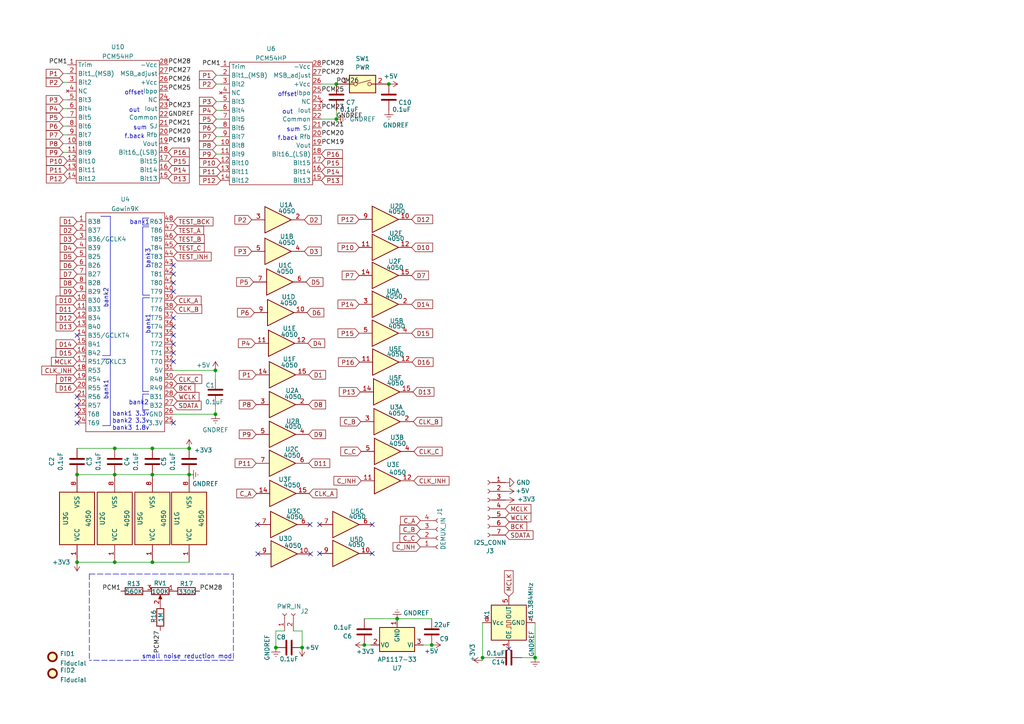
<source format=kicad_sch>
(kicad_sch (version 20231120) (generator "eeschema") (generator_version "8.0")
  (paper "A4")
  (title_block (title "MT32-DIT") (rev "0.3") (company "Victor A. Sergeev"))
  (lib_symbols
    (symbol "4xxx:4050" (pin_names (offset 1.016))
      (property "Reference" "U" (at 0 1.27 0))
      (property "Value" "4050" (at 0 -1.27 0))
      (symbol "4050_1_0"
        (pin output line (at 7.62 0 180) (length 3.81) (name "~") (number "2"))
        (pin input line (at -7.62 0 0) (length 3.81) (name "~") (number "3"))
      )
      (symbol "4050_2_0"
        (pin output line (at 7.62 0 180) (length 3.81) (name "~") (number "4"))
        (pin input line (at -7.62 0 0) (length 3.81) (name "~") (number "5"))
      )
      (symbol "4050_3_0"
        (pin output line (at 7.62 0 180) (length 3.81) (name "~") (number "6"))
        (pin input line (at -7.62 0 0) (length 3.81) (name "~") (number "7"))
      )
      (symbol "4050_4_0"
        (pin output line (at 7.62 0 180) (length 3.81) (name "~") (number "10"))
        (pin input line (at -7.62 0 0) (length 3.81) (name "~") (number "9"))
      )
      (symbol "4050_5_0"
        (pin input line (at -7.62 0 0) (length 3.81) (name "~") (number "11"))
        (pin output line (at 7.62 0 180) (length 3.81) (name "~") (number "12"))
      )
      (symbol "4050_6_0"
        (pin input line (at -7.62 0 0) (length 3.81) (name "~") (number "14"))
        (pin output line (at 7.62 0 180) (length 3.81) (name "~") (number "15"))
      )
      (symbol "4050_7_0"
        (pin power_in line (at 0 12.7 270) (length 5.08) (name "VCC") (number "1"))
        (pin power_in line (at 0 -12.7 90) (length 5.08) (name "VSS") (number "8"))
      )
    )
    (symbol "Connector:Conn_01x02_Female" (pin_names (offset 1.016) hide)
      (property "Reference" "J" (at 0 2.54 0))
      (property "Value" "Conn_01x02_Female" (at 0 -5.08 0))
      (symbol "Conn_01x02_Female_1_1"
        (pin passive line (at -5.08 0 0) (length 3.81) (name "Pin_1") (number "1"))
        (pin passive line (at -5.08 -2.54 0) (length 3.81) (name "Pin_2") (number "2"))
      )
    )
    (symbol "Connector:Conn_01x04_Female" (pin_names (offset 1.016) hide)
      (property "Reference" "J" (at 0 5.08 0))
      (property "Value" "Conn_01x04_Female" (at 0 -7.62 0))
      (symbol "Conn_01x04_Female_1_1"
        (pin passive line (at -5.08 2.54 0) (length 3.81) (name "Pin_1") (number "1"))
        (pin passive line (at -5.08 0 0) (length 3.81) (name "Pin_2") (number "2"))
        (pin passive line (at -5.08 -2.54 0) (length 3.81) (name "Pin_3") (number "3"))
        (pin passive line (at -5.08 -5.08 0) (length 3.81) (name "Pin_4") (number "4"))
      )
    )
    (symbol "Connector:Conn_01x07_Socket" (pin_names (offset 1.016) hide)
      (property "Reference" "J" (at 0 10.16 0))
      (property "Value" "Conn_01x07_Socket" (at 0 -10.16 0))
      (symbol "Conn_01x07_Socket_1_1"
        (pin passive line (at -5.08 7.62 0) (length 3.81) (name "Pin_1") (number "1"))
        (pin passive line (at -5.08 5.08 0) (length 3.81) (name "Pin_2") (number "2"))
        (pin passive line (at -5.08 2.54 0) (length 3.81) (name "Pin_3") (number "3"))
        (pin passive line (at -5.08 0 0) (length 3.81) (name "Pin_4") (number "4"))
        (pin passive line (at -5.08 -2.54 0) (length 3.81) (name "Pin_5") (number "5"))
        (pin passive line (at -5.08 -5.08 0) (length 3.81) (name "Pin_6") (number "6"))
        (pin passive line (at -5.08 -7.62 0) (length 3.81) (name "Pin_7") (number "7"))
      )
    )
    (symbol "Device:C" (pin_numbers hide) (pin_names (offset 0.254))
      (property "Reference" "C" (at 0.635 2.54 0))
      (property "Value" "C" (at 0.635 -2.54 0))
      (symbol "C_1_1"
        (pin passive line (at 0 3.81 270) (length 2.794) (name "~") (number "1"))
        (pin passive line (at 0 -3.81 90) (length 2.794) (name "~") (number "2"))
      )
    )
    (symbol "Device:R" (pin_numbers hide) (pin_names (offset 0))
      (property "Reference" "R" (at 2.032 0 90))
      (property "Value" "R" (at 0 0 90))
      (symbol "R_1_1"
        (pin passive line (at 0 3.81 270) (length 1.27) (name "~") (number "1"))
        (pin passive line (at 0 -3.81 90) (length 1.27) (name "~") (number "2"))
      )
    )
    (symbol "Device:R_Potentiometer" (pin_names (offset 1.016) hide)
      (property "Reference" "RV" (at -4.445 0 90))
      (property "Value" "R_Potentiometer" (at -2.54 0 90))
      (symbol "R_Potentiometer_1_1"
        (pin passive line (at 0 3.81 270) (length 1.27) (name "1") (number "1"))
        (pin passive line (at 3.81 0 180) (length 1.27) (name "2") (number "2"))
        (pin passive line (at 0 -3.81 90) (length 1.27) (name "3") (number "3"))
      )
    )
    (symbol "Mechanical:Fiducial"
      (property "Reference" "FID" (at 0 5.08 0))
      (property "Value" "Fiducial" (at 0 3.175 0))
    )
    (symbol "Oscillator:SG-531" (pin_names (offset 0.254))
      (property "Reference" "X" (at -5.08 6.35 0))
      (property "Value" "SG-531" (at 1.27 -6.35 0))
      (symbol "SG-531_1_1"
        (pin input line (at -7.62 0 0) (length 2.54) (name "OE") (number "1"))
        (pin power_in line (at 0 -7.62 90) (length 2.54) (name "GND") (number "4"))
        (pin output line (at 7.62 0 180) (length 2.54) (name "OUT") (number "5"))
        (pin power_in line (at 0 7.62 270) (length 2.54) (name "Vcc") (number "8"))
      )
    )
    (symbol "Regulator_Linear:AP1117-33" (pin_names (offset 0.254))
      (property "Reference" "U" (at -3.81 3.175 0))
      (property "Value" "AP1117-33" (at 0 3.175 0))
      (symbol "AP1117-33_1_1"
        (pin power_in line (at 0 -7.62 90) (length 2.54) (name "GND") (number "1"))
        (pin power_out line (at 7.62 0 180) (length 2.54) (name "VO") (number "2"))
        (pin power_in line (at -7.62 0 0) (length 2.54) (name "VI") (number "3"))
      )
    )
    (symbol "Switch:SW_DIP_x01" (pin_names (offset 0) hide)
      (property "Reference" "SW" (at 0 3.81 0))
      (property "Value" "SW_DIP_x01" (at 0 -3.81 0))
      (symbol "SW_DIP_x01_1_1"
        (pin passive line (at -7.62 0 0) (length 5.08) (name "~") (number "1"))
        (pin passive line (at 7.62 0 180) (length 5.08) (name "~") (number "2"))
      )
    )
    (symbol "gowin:Gowin9K"
      (property "Reference" "U" (at 0 0 0))
      (property "Value" "Gowin9K" (at 0 39.37 0))
      (symbol "Gowin9K_1_1"
        (pin bidirectional line (at -13.97 38.1 0) (length 2.54) (name "B38") (number "1"))
        (pin bidirectional line (at -13.97 15.24 0) (length 2.54) (name "B30") (number "10"))
        (pin bidirectional line (at -13.97 12.7 0) (length 2.54) (name "B33") (number "11"))
        (pin bidirectional line (at -13.97 10.16 0) (length 2.54) (name "B34") (number "12"))
        (pin bidirectional line (at -13.97 7.62 0) (length 2.54) (name "B40") (number "13"))
        (pin bidirectional line (at -13.97 5.08 0) (length 2.54) (name "B35/GCLKT4") (number "14"))
        (pin bidirectional line (at -13.97 2.54 0) (length 2.54) (name "B41") (number "15"))
        (pin bidirectional line (at -13.97 0 0) (length 2.54) (name "B42") (number "16"))
        (pin bidirectional line (at -13.97 -2.54 0) (length 2.54) (name "R51/GKLC3") (number "17"))
        (pin bidirectional line (at -13.97 -5.08 0) (length 2.54) (name "R53") (number "18"))
        (pin bidirectional line (at -13.97 -7.62 0) (length 2.54) (name "R54") (number "19"))
        (pin bidirectional line (at -13.97 35.56 0) (length 2.54) (name "B37") (number "2"))
        (pin bidirectional line (at -13.97 -10.16 0) (length 2.54) (name "R55") (number "20"))
        (pin bidirectional line (at -13.97 -12.7 0) (length 2.54) (name "R56") (number "21"))
        (pin bidirectional line (at -13.97 -15.24 0) (length 2.54) (name "R57") (number "22"))
        (pin bidirectional line (at -13.97 -17.78 0) (length 2.54) (name "T68") (number "23"))
        (pin bidirectional line (at -13.97 -20.32 0) (length 2.54) (name "T69") (number "24"))
        (pin power_in line (at 13.97 -20.32 180) (length 2.54) (name "3.3V") (number "25"))
        (pin power_in line (at 13.97 -17.78 180) (length 2.54) (name "GND") (number "26"))
        (pin bidirectional line (at 13.97 -15.24 180) (length 2.54) (name "B32") (number "27"))
        (pin bidirectional line (at 13.97 -12.7 180) (length 2.54) (name "B31") (number "28"))
        (pin bidirectional line (at 13.97 -10.16 180) (length 2.54) (name "R49") (number "29"))
        (pin bidirectional line (at -13.97 33.02 0) (length 2.54) (name "B36/GCLK4") (number "3"))
        (pin bidirectional line (at 13.97 -7.62 180) (length 2.54) (name "R48") (number "30"))
        (pin power_in line (at 13.97 -5.08 180) (length 2.54) (name "5V") (number "31"))
        (pin bidirectional line (at 13.97 -2.54 180) (length 2.54) (name "T70") (number "32"))
        (pin bidirectional line (at 13.97 0 180) (length 2.54) (name "T71") (number "33"))
        (pin bidirectional line (at 13.97 2.54 180) (length 2.54) (name "T72") (number "34"))
        (pin bidirectional line (at 13.97 5.08 180) (length 2.54) (name "T73") (number "35"))
        (pin bidirectional line (at 13.97 7.62 180) (length 2.54) (name "T74") (number "36"))
        (pin bidirectional line (at 13.97 10.16 180) (length 2.54) (name "T75") (number "37"))
        (pin bidirectional line (at 13.97 12.7 180) (length 2.54) (name "T76") (number "38"))
        (pin bidirectional line (at 13.97 15.24 180) (length 2.54) (name "T77") (number "39"))
        (pin bidirectional line (at -13.97 30.48 0) (length 2.54) (name "B39") (number "4"))
        (pin bidirectional line (at 13.97 17.78 180) (length 2.54) (name "T79") (number "40"))
        (pin bidirectional line (at 13.97 20.32 180) (length 2.54) (name "T80") (number "41"))
        (pin bidirectional line (at 13.97 22.86 180) (length 2.54) (name "T81") (number "42"))
        (pin bidirectional line (at 13.97 25.4 180) (length 2.54) (name "T82") (number "43"))
        (pin bidirectional line (at 13.97 27.94 180) (length 2.54) (name "T83") (number "44"))
        (pin bidirectional line (at 13.97 30.48 180) (length 2.54) (name "T84") (number "45"))
        (pin bidirectional line (at 13.97 33.02 180) (length 2.54) (name "T85") (number "46"))
        (pin bidirectional line (at 13.97 35.56 180) (length 2.54) (name "T86") (number "47"))
        (pin bidirectional line (at 13.97 38.1 180) (length 2.54) (name "R63") (number "48"))
        (pin bidirectional line (at -13.97 27.94 0) (length 2.54) (name "B25") (number "5"))
        (pin bidirectional line (at -13.97 25.4 0) (length 2.54) (name "B26") (number "6"))
        (pin bidirectional line (at -13.97 22.86 0) (length 2.54) (name "B27") (number "7"))
        (pin bidirectional line (at -13.97 20.32 0) (length 2.54) (name "B28") (number "8"))
        (pin bidirectional line (at -13.97 17.78 0) (length 2.54) (name "B29") (number "9"))
      )
    )
    (symbol "pcm54hp:PCM54HP"
      (property "Reference" "U" (at 1.27 7.62 0))
      (property "Value" "PCM54HP" (at 1.27 20.32 0))
      (symbol "PCM54HP_1_1"
        (pin input line (at -12.7 17.78 0) (length 2.54) (name "Trim") (number "1"))
        (pin input line (at -12.7 -5.08 0) (length 2.54) (name "Bit8") (number "10"))
        (pin input line (at -12.7 -7.62 0) (length 2.54) (name "Bit9") (number "11"))
        (pin input line (at -12.7 -10.16 0) (length 2.54) (name "Bit10") (number "12"))
        (pin input line (at -12.7 -12.7 0) (length 2.54) (name "Bit11") (number "13"))
        (pin input line (at -12.7 -15.24 0) (length 2.54) (name "Bit12") (number "14"))
        (pin input line (at 16.51 -15.24 180) (length 2.54) (name "Bit13") (number "15"))
        (pin input line (at 16.51 -12.7 180) (length 2.54) (name "Bit14") (number "16"))
        (pin input line (at 16.51 -10.16 180) (length 2.54) (name "Bit15") (number "17"))
        (pin input line (at 16.51 -7.62 180) (length 2.54) (name "Bit16_(LSB)") (number "18"))
        (pin output line (at 16.51 -5.08 180) (length 2.54) (name "Vout") (number "19"))
        (pin input line (at -12.7 15.24 0) (length 2.54) (name "Bit1_(MSB)") (number "2"))
        (pin output line (at 16.51 -2.54 180) (length 2.54) (name "Rfb") (number "20"))
        (pin output line (at 16.51 0 180) (length 2.54) (name "SJ") (number "21"))
        (pin output line (at 16.51 2.54 180) (length 2.54) (name "Common") (number "22"))
        (pin output line (at 16.51 5.08 180) (length 2.54) (name "Iout") (number "23"))
        (pin no_connect line (at 16.51 7.62 180) (length 2.54) (name "NC") (number "24"))
        (pin input line (at 16.51 10.16 180) (length 2.54) (name "Ibpo") (number "25"))
        (pin power_in line (at 16.51 12.7 180) (length 2.54) (name "+Vcc") (number "26"))
        (pin input line (at 16.51 15.24 180) (length 2.54) (name "MSB_adjust") (number "27"))
        (pin power_in line (at 16.51 17.78 180) (length 2.54) (name "-Vcc") (number "28"))
        (pin input line (at -12.7 12.7 0) (length 2.54) (name "Bit2") (number "3"))
        (pin no_connect line (at -12.7 10.16 0) (length 2.54) (name "NC") (number "4"))
        (pin input line (at -12.7 7.62 0) (length 2.54) (name "Bit3") (number "5"))
        (pin input line (at -12.7 5.08 0) (length 2.54) (name "Bit4") (number "6"))
        (pin input line (at -12.7 2.54 0) (length 2.54) (name "Bit5") (number "7"))
        (pin input line (at -12.7 0 0) (length 2.54) (name "Bit6") (number "8"))
        (pin input line (at -12.7 -2.54 0) (length 2.54) (name "Bit7") (number "9"))
      )
    )
    (symbol "power:+3.3V" (power) (pin_names (offset 0))
      (property "Value" "+3.3V" (at 0 3.556 0))
      (symbol "+3.3V_1_1"
        (pin power_in line (at 0 0 90) (length 0) hide (name "+3V3") (number "1"))
      )
    )
    (symbol "power:+5V" (power) (pin_names (offset 0))
      (property "Value" "+5V" (at 0 3.556 0))
      (symbol "+5V_1_1"
        (pin power_in line (at 0 0 90) (length 0) hide (name "+5V") (number "1"))
      )
    )
    (symbol "power:GND" (power) (pin_names (offset 0))
      (property "Value" "GND" (at 0 -3.81 0))
      (symbol "GND_1_1"
        (pin power_in line (at 0 0 270) (length 0) hide (name "GND") (number "1"))
      )
    )
    (symbol "power:GNDREF" (power) (pin_names (offset 0))
      (property "Value" "GNDREF" (at 0 -3.81 0))
      (symbol "GNDREF_1_1"
        (pin power_in line (at 0 0 270) (length 0) hide (name "GNDREF") (number "1"))
      )
    )
  )
  (junction (at 139.954 190.754))
  (junction (at 33.274 163.068))
  (junction (at 87.63 187.833))
  (junction (at 54.864 137.668))
  (junction (at 62.484 120.142))
  (junction (at 33.274 130.048))
  (junction (at 105.664 187.071))
  (junction (at 62.484 107.442))
  (junction (at 112.776 24.384))
  (junction (at 155.194 190.754))
  (junction (at 115.189 179.451))
  (junction (at 97.5614 34.544))
  (junction (at 44.196 137.668))
  (junction (at 22.352 137.668))
  (junction (at 125.222 187.071))
  (junction (at 22.352 163.068))
  (junction (at 54.864 130.048))
  (junction (at 80.01 187.833))
  (junction (at 33.274 137.668))
  (junction (at 44.196 130.048))
  (junction (at 97.536 24.384))
  (junction (at 44.196 163.068))
  (no_connect (at 50.292 76.962))
  (no_connect (at 50.292 84.582))
  (no_connect (at 50.292 82.042))
  (no_connect (at 50.292 79.502))
  (no_connect (at 147.574 188.214))
  (no_connect (at 50.292 122.682))
  (no_connect (at 22.352 97.282))
  (no_connect (at 90.043 160.655))
  (no_connect (at 74.803 160.655))
  (no_connect (at 107.95 152.146))
  (no_connect (at 92.71 160.528))
  (no_connect (at 107.95 160.528))
  (no_connect (at 92.71 152.146))
  (no_connect (at 50.292 92.202))
  (no_connect (at 50.292 94.742))
  (no_connect (at 50.292 97.282))
  (no_connect (at 50.292 104.902))
  (no_connect (at 50.292 99.822))
  (no_connect (at 50.292 102.362))
  (no_connect (at 22.352 115.062))
  (no_connect (at 22.352 117.602))
  (no_connect (at 22.352 120.142))
  (no_connect (at 22.352 122.682))
  (no_connect (at 74.676 152.146))
  (no_connect (at 89.916 152.146))
  (wire (pts (xy 97.536 24.384) (xy 97.5868 24.384)))
  (wire (pts (xy 33.274 137.668) (xy 44.196 137.668)))
  (wire (pts (xy 18.288 44.196) (xy 19.558 44.196)))
  (wire (pts (xy 18.288 39.116) (xy 19.558 39.116)))
  (polyline (pts (xy 43.18 114.3) (xy 41.402 114.3)))
  (wire (pts (xy 62.738 37.084) (xy 64.008 37.084)))
  (wire (pts (xy 18.288 34.036) (xy 19.558 34.036)))
  (polyline (pts (xy 32.004 62.738) (xy 32.004 103.124)))
  (wire (pts (xy 151.384 190.754) (xy 155.194 190.754)))
  (polyline (pts (xy 25.908 166.497) (xy 67.691 166.497)) (stroke (width 0) (type dash)))
  (polyline (pts (xy 41.402 86.36) (xy 41.402 113.538)))
  (wire (pts (xy 87.63 183.007) (xy 87.63 187.833)))
  (wire (pts (xy 18.288 28.956) (xy 19.558 28.956)))
  (polyline (pts (xy 41.402 65.786) (xy 41.402 85.598)))
  (wire (pts (xy 18.288 36.576) (xy 19.558 36.576)))
  (wire (pts (xy 50.292 107.442) (xy 62.484 107.442)))
  (polyline (pts (xy 41.402 113.538) (xy 43.18 113.538)))
  (wire (pts (xy 18.288 23.876) (xy 19.558 23.876)))
  (wire (pts (xy 80.01 183.007) (xy 80.01 187.833)))
  (wire (pts (xy 22.352 137.668) (xy 33.274 137.668)))
  (wire (pts (xy 97.5868 34.544) (xy 97.5614 34.544)))
  (wire (pts (xy 62.738 42.164) (xy 64.008 42.164)))
  (polyline (pts (xy 29.718 103.124) (xy 32.004 103.124)))
  (wire (pts (xy 97.5614 34.544) (xy 93.218 34.544)))
  (polyline (pts (xy 29.21 62.738) (xy 32.004 62.738)))
  (wire (pts (xy 115.189 179.451) (xy 105.664 179.451)))
  (wire (pts (xy 82.55 183.007) (xy 80.01 183.007)))
  (wire (pts (xy 139.954 190.754) (xy 139.954 191.516)))
  (wire (pts (xy 62.738 29.464) (xy 64.008 29.464)))
  (polyline (pts (xy 43.18 65.786) (xy 41.402 65.786)))
  (polyline (pts (xy 41.402 114.3) (xy 41.402 118.872)))
  (wire (pts (xy 18.288 31.496) (xy 19.558 31.496)))
  (wire (pts (xy 62.738 24.384) (xy 64.008 24.384)))
  (polyline (pts (xy 32.004 104.14) (xy 32.004 123.444)))
  (wire (pts (xy 139.954 190.754) (xy 143.764 190.754)))
  (wire (pts (xy 33.274 130.048) (xy 44.196 130.048)))
  (wire (pts (xy 62.738 44.704) (xy 64.008 44.704)))
  (wire (pts (xy 85.09 183.007) (xy 87.63 183.007)))
  (polyline (pts (xy 25.908 166.497) (xy 25.908 191.516)) (stroke (width 0) (type dash)))
  (wire (pts (xy 22.352 130.048) (xy 33.274 130.048)))
  (polyline (pts (xy 43.18 63.246) (xy 41.402 63.246)))
  (wire (pts (xy 62.738 39.624) (xy 64.008 39.624)))
  (wire (pts (xy 139.954 180.594) (xy 139.954 190.754)))
  (polyline (pts (xy 43.434 86.36) (xy 41.402 86.36)))
  (wire (pts (xy 107.569 187.071) (xy 105.664 187.071)))
  (wire (pts (xy 97.5868 32.004) (xy 97.5868 34.544)))
  (wire (pts (xy 115.189 179.451) (xy 125.222 179.451)))
  (polyline (pts (xy 67.691 191.516) (xy 25.908 191.516)) (stroke (width 0) (type dash)))
  (polyline (pts (xy 67.691 166.497) (xy 67.691 191.516)) (stroke (width 0) (type dash)))
  (polyline (pts (xy 41.402 65.278) (xy 43.18 65.278)))
  (wire (pts (xy 44.196 137.668) (xy 54.864 137.668)))
  (wire (pts (xy 62.484 117.602) (xy 62.484 120.142)))
  (wire (pts (xy 18.288 41.656) (xy 19.558 41.656)))
  (wire (pts (xy 62.738 34.544) (xy 64.008 34.544)))
  (polyline (pts (xy 29.718 123.444) (xy 32.004 123.444)))
  (wire (pts (xy 50.292 120.142) (xy 62.484 120.142)))
  (polyline (pts (xy 29.464 104.14) (xy 32.004 104.14)))
  (wire (pts (xy 18.288 21.336) (xy 19.558 21.336)))
  (wire (pts (xy 44.196 130.048) (xy 54.864 130.048)))
  (wire (pts (xy 93.218 24.384) (xy 97.536 24.384)))
  (wire (pts (xy 44.196 163.068) (xy 54.864 163.068)))
  (wire (pts (xy 62.738 32.004) (xy 64.008 32.004)))
  (wire (pts (xy 62.738 21.844) (xy 64.008 21.844)))
  (polyline (pts (xy 41.402 118.872) (xy 43.18 118.872)))
  (wire (pts (xy 33.274 163.068) (xy 44.196 163.068)))
  (wire (pts (xy 62.484 107.442) (xy 62.484 109.982)))
  (polyline (pts (xy 41.402 85.598) (xy 43.434 85.598)))
  (polyline (pts (xy 41.402 63.246) (xy 41.402 65.278)))
  (wire (pts (xy 125.222 187.071) (xy 122.809 187.071)))
  (wire (pts (xy 155.194 190.754) (xy 155.194 180.594)))
  (wire (pts (xy 22.352 163.068) (xy 33.274 163.068)))
  (text "sum" (at 38.608 37.846 0) (effects (font (size 1.27 1.27)) (justify left bottom)))
  (text "f.back" (at 36.068 40.386 0) (effects (font (size 1.27 1.27)) (justify left bottom)))
  (text "offset" (at 80.518 28.194 0) (effects (font (size 1.27 1.27)) (justify left bottom)))
  (text "out" (at 37.338 32.766 0) (effects (font (size 1.27 1.27)) (justify left bottom)))
  (text "out" (at 81.788 33.274 0) (effects (font (size 1.27 1.27)) (justify left bottom)))
  (text "bank3" (at 43.688 77.978 90) (effects (font (size 1.27 1.27)) (justify left bottom)))
  (text "bank2" (at 43.18 117.602 0) (effects (font (size 1.27 1.27)) (justify right bottom)))
  (text "small noise reduction mod\n" (at 41.148 191.262 0) (effects (font (size 1.27 1.27)) (justify left bottom)))
  (text "bank1 3.3v\nbank2 3.3v\nbank3 1.8v" (at 32.512 124.968 0) (effects (font (size 1.27 1.27)) (justify left bottom)))
  (text "bank1" (at 43.688 97.028 90) (effects (font (size 1.27 1.27)) (justify left bottom)))
  (text "offset" (at 36.068 27.686 0) (effects (font (size 1.27 1.27)) (justify left bottom)))
  (text "bank1" (at 43.434 65.278 0) (effects (font (size 1.27 1.27)) (justify right bottom)))
  (text "bank2" (at 31.496 89.408 90) (effects (font (size 1.27 1.27)) (justify left bottom)))
  (text "f.back" (at 80.518 40.894 0) (effects (font (size 1.27 1.27)) (justify left bottom)))
  (text "sum" (at 83.058 38.354 0) (effects (font (size 1.27 1.27)) (justify left bottom)))
  (text "bank1" (at 31.496 116.078 90) (effects (font (size 1.27 1.27)) (justify left bottom)))
  (label "PCM27" (at 93.218 21.844 0))
  (label "PCM23" (at 93.218 32.004 0))
  (label "PCM20" (at 48.768 39.116 0))
  (label "PCM25" (at 48.768 26.416 0))
  (label "PCM26" (at 97.536 24.384 0))
  (label "PCM26" (at 48.768 23.876 0))
  (label "PCM27" (at 48.768 21.336 0))
  (label "PCM27" (at 46.482 182.88 270))
  (label "PCM1" (at 64.008 19.304 180))
  (label "PCM1" (at 19.558 18.796 180))
  (label "PCM19" (at 93.218 42.164 0))
  (label "PCM23" (at 48.768 31.496 0))
  (label "GNDREF" (at 97.536 34.544 0))
  (label "PCM1" (at 35.052 171.45 180))
  (label "PCM28" (at 93.218 19.304 0))
  (label "PCM21" (at 48.768 36.576 0))
  (label "PCM28" (at 57.912 171.45 0))
  (label "PCM25" (at 93.218 26.924 0))
  (label "PCM20" (at 93.218 39.624 0))
  (label "PCM19" (at 48.768 41.656 0))
  (label "GNDREF" (at 48.768 34.036 0))
  (label "PCM21" (at 93.218 37.084 0))
  (label "PCM28" (at 48.768 18.796 0))
  (global_label "CLK_B" (shape input) (at 50.292 89.662 0) (property "Intersheetrefs" "${INTERSHEET_REFS}" (effects (hide yes))))
  (global_label "P13" (shape input) (at 104.521 113.665 180) (property "Intersheetrefs" "${INTERSHEET_REFS}" (effects (hide yes))))
  (global_label "P7" (shape input) (at 104.14 79.883 180) (property "Intersheetrefs" "${INTERSHEET_REFS}" (effects (hide yes))))
  (global_label "CLK_B" (shape input) (at 119.888 122.301 0) (property "Intersheetrefs" "${INTERSHEET_REFS}" (effects (hide yes))))
  (global_label "P9" (shape input) (at 62.738 44.704 180) (property "Intersheetrefs" "${INTERSHEET_REFS}" (effects (hide yes))))
  (global_label "CLK_A" (shape input) (at 89.662 143.129 0) (property "Intersheetrefs" "${INTERSHEET_REFS}" (effects (hide yes))))
  (global_label "MCLK" (shape input) (at 147.574 172.974 90) (property "Intersheetrefs" "${INTERSHEET_REFS}" (effects (hide yes))))
  (global_label "D6" (shape input) (at 22.352 76.962 180) (property "Intersheetrefs" "${INTERSHEET_REFS}" (effects (hide yes))))
  (global_label "D9" (shape input) (at 89.535 125.984 0) (property "Intersheetrefs" "${INTERSHEET_REFS}" (effects (hide yes))))
  (global_label "D1" (shape input) (at 89.535 108.712 0) (property "Intersheetrefs" "${INTERSHEET_REFS}" (effects (hide yes))))
  (global_label "SDATA" (shape input) (at 50.292 117.602 0) (property "Intersheetrefs" "${INTERSHEET_REFS}" (effects (hide yes))))
  (global_label "D2" (shape input) (at 88.265 63.754 0) (property "Intersheetrefs" "${INTERSHEET_REFS}" (effects (hide yes))))
  (global_label "D5" (shape input) (at 88.773 81.788 0) (property "Intersheetrefs" "${INTERSHEET_REFS}" (effects (hide yes))))
  (global_label "D10" (shape input) (at 22.352 87.122 180) (property "Intersheetrefs" "${INTERSHEET_REFS}" (effects (hide yes))))
  (global_label "P1" (shape input) (at 74.295 108.712 180) (property "Intersheetrefs" "${INTERSHEET_REFS}" (effects (hide yes))))
  (global_label "BCK" (shape input) (at 50.292 112.522 0) (property "Intersheetrefs" "${INTERSHEET_REFS}" (effects (hide yes))))
  (global_label "P2" (shape input) (at 62.738 24.384 180) (property "Intersheetrefs" "${INTERSHEET_REFS}" (effects (hide yes))))
  (global_label "D2" (shape input) (at 22.352 66.802 180) (property "Intersheetrefs" "${INTERSHEET_REFS}" (effects (hide yes))))
  (global_label "P1" (shape input) (at 18.288 21.336 180) (property "Intersheetrefs" "${INTERSHEET_REFS}" (effects (hide yes))))
  (global_label "D13" (shape input) (at 119.761 113.665 0) (property "Intersheetrefs" "${INTERSHEET_REFS}" (effects (hide yes))))
  (global_label "D8" (shape input) (at 22.352 82.042 180) (property "Intersheetrefs" "${INTERSHEET_REFS}" (effects (hide yes))))
  (global_label "TEST_C" (shape input) (at 50.292 71.882 0) (property "Intersheetrefs" "${INTERSHEET_REFS}" (effects (hide yes))))
  (global_label "D1" (shape input) (at 22.352 64.262 180) (property "Intersheetrefs" "${INTERSHEET_REFS}" (effects (hide yes))))
  (global_label "SDATA" (shape input) (at 146.558 155.194 0) (property "Intersheetrefs" "${INTERSHEET_REFS}" (effects (hide yes))))
  (global_label "D14" (shape input) (at 22.352 99.822 180) (property "Intersheetrefs" "${INTERSHEET_REFS}" (effects (hide yes))))
  (global_label "P9" (shape input) (at 18.288 44.196 180) (property "Intersheetrefs" "${INTERSHEET_REFS}" (effects (hide yes))))
  (global_label "P14" (shape input) (at 93.218 49.784 0) (property "Intersheetrefs" "${INTERSHEET_REFS}" (effects (hide yes))))
  (global_label "P5" (shape input) (at 73.533 81.788 180) (property "Intersheetrefs" "${INTERSHEET_REFS}" (effects (hide yes))))
  (global_label "C_B" (shape input) (at 104.648 122.301 180) (property "Intersheetrefs" "${INTERSHEET_REFS}" (effects (hide yes))))
  (global_label "P3" (shape input) (at 62.738 29.464 180) (property "Intersheetrefs" "${INTERSHEET_REFS}" (effects (hide yes))))
  (global_label "BCK" (shape input) (at 146.558 152.654 0) (property "Intersheetrefs" "${INTERSHEET_REFS}" (effects (hide yes))))
  (global_label "D8" (shape input) (at 89.535 117.348 0) (property "Intersheetrefs" "${INTERSHEET_REFS}" (effects (hide yes))))
  (global_label "P16" (shape input) (at 48.768 44.196 0) (property "Intersheetrefs" "${INTERSHEET_REFS}" (effects (hide yes))))
  (global_label "C_A" (shape input) (at 74.422 143.129 180) (property "Intersheetrefs" "${INTERSHEET_REFS}" (effects (hide yes))))
  (global_label "D5" (shape input) (at 22.352 74.422 180) (property "Intersheetrefs" "${INTERSHEET_REFS}" (effects (hide yes))))
  (global_label "WCLK" (shape input) (at 50.292 115.062 0) (property "Intersheetrefs" "${INTERSHEET_REFS}" (effects (hide yes))))
  (global_label "D11" (shape input) (at 89.535 134.366 0) (property "Intersheetrefs" "${INTERSHEET_REFS}" (effects (hide yes))))
  (global_label "D11" (shape input) (at 22.352 89.662 180) (property "Intersheetrefs" "${INTERSHEET_REFS}" (effects (hide yes))))
  (global_label "P3" (shape input) (at 18.288 28.956 180) (property "Intersheetrefs" "${INTERSHEET_REFS}" (effects (hide yes))))
  (global_label "C_INH" (shape input) (at 121.92 158.623 180) (property "Intersheetrefs" "${INTERSHEET_REFS}" (effects (hide yes))))
  (global_label "C_INH" (shape input) (at 104.775 139.446 180) (property "Intersheetrefs" "${INTERSHEET_REFS}" (effects (hide yes))))
  (global_label "P16" (shape input) (at 93.218 44.704 0) (property "Intersheetrefs" "${INTERSHEET_REFS}" (effects (hide yes))))
  (global_label "P7" (shape input) (at 62.738 39.624 180) (property "Intersheetrefs" "${INTERSHEET_REFS}" (effects (hide yes))))
  (global_label "P8" (shape input) (at 18.288 41.656 180) (property "Intersheetrefs" "${INTERSHEET_REFS}" (effects (hide yes))))
  (global_label "P10" (shape input) (at 19.558 46.736 180) (property "Intersheetrefs" "${INTERSHEET_REFS}" (effects (hide yes))))
  (global_label "P7" (shape input) (at 18.288 39.116 180) (property "Intersheetrefs" "${INTERSHEET_REFS}" (effects (hide yes))))
  (global_label "P3" (shape input) (at 73.025 72.898 180) (property "Intersheetrefs" "${INTERSHEET_REFS}" (effects (hide yes))))
  (global_label "MCLK" (shape input) (at 22.352 104.902 180) (property "Intersheetrefs" "${INTERSHEET_REFS}" (effects (hide yes))))
  (global_label "D3" (shape input) (at 22.352 69.342 180) (property "Intersheetrefs" "${INTERSHEET_REFS}" (effects (hide yes))))
  (global_label "P10" (shape input) (at 64.008 47.244 180) (property "Intersheetrefs" "${INTERSHEET_REFS}" (effects (hide yes))))
  (global_label "P2" (shape input) (at 73.025 63.754 180) (property "Intersheetrefs" "${INTERSHEET_REFS}" (effects (hide yes))))
  (global_label "TEST_INH" (shape input) (at 50.292 74.422 0) (property "Intersheetrefs" "${INTERSHEET_REFS}" (effects (hide yes))))
  (global_label "P11" (shape input) (at 74.295 134.366 180) (property "Intersheetrefs" "${INTERSHEET_REFS}" (effects (hide yes))))
  (global_label "P13" (shape input) (at 48.768 51.816 0) (property "Intersheetrefs" "${INTERSHEET_REFS}" (effects (hide yes))))
  (global_label "D3" (shape input) (at 88.265 72.898 0) (property "Intersheetrefs" "${INTERSHEET_REFS}" (effects (hide yes))))
  (global_label "D15" (shape input) (at 119.38 96.647 0) (property "Intersheetrefs" "${INTERSHEET_REFS}" (effects (hide yes))))
  (global_label "WCLK" (shape input) (at 146.558 150.114 0) (property "Intersheetrefs" "${INTERSHEET_REFS}" (effects (hide yes))))
  (global_label "D10" (shape input) (at 119.38 71.755 0) (property "Intersheetrefs" "${INTERSHEET_REFS}" (effects (hide yes))))
  (global_label "P4" (shape input) (at 74.041 99.568 180) (property "Intersheetrefs" "${INTERSHEET_REFS}" (effects (hide yes))))
  (global_label "P15" (shape input) (at 48.768 46.736 0) (property "Intersheetrefs" "${INTERSHEET_REFS}" (effects (hide yes))))
  (global_label "D6" (shape input) (at 89.027 90.678 0) (property "Intersheetrefs" "${INTERSHEET_REFS}" (effects (hide yes))))
  (global_label "C_C" (shape input) (at 104.775 130.937 180) (property "Intersheetrefs" "${INTERSHEET_REFS}" (effects (hide yes))))
  (global_label "TEST_B" (shape input) (at 50.292 69.342 0) (property "Intersheetrefs" "${INTERSHEET_REFS}" (effects (hide yes))))
  (global_label "P1" (shape input) (at 62.738 21.844 180) (property "Intersheetrefs" "${INTERSHEET_REFS}" (effects (hide yes))))
  (global_label "D16" (shape input) (at 22.352 112.522 180) (property "Intersheetrefs" "${INTERSHEET_REFS}" (effects (hide yes))))
  (global_label "D4" (shape input) (at 22.352 71.882 180) (property "Intersheetrefs" "${INTERSHEET_REFS}" (effects (hide yes))))
  (global_label "D7" (shape input) (at 119.38 79.883 0) (property "Intersheetrefs" "${INTERSHEET_REFS}" (effects (hide yes))))
  (global_label "P4" (shape input) (at 62.738 32.004 180) (property "Intersheetrefs" "${INTERSHEET_REFS}" (effects (hide yes))))
  (global_label "P15" (shape input) (at 93.218 47.244 0) (property "Intersheetrefs" "${INTERSHEET_REFS}" (effects (hide yes))))
  (global_label "P10" (shape input) (at 104.14 71.755 180) (property "Intersheetrefs" "${INTERSHEET_REFS}" (effects (hide yes))))
  (global_label "P5" (shape input) (at 62.738 34.544 180) (property "Intersheetrefs" "${INTERSHEET_REFS}" (effects (hide yes))))
  (global_label "P5" (shape input) (at 18.288 34.036 180) (property "Intersheetrefs" "${INTERSHEET_REFS}" (effects (hide yes))))
  (global_label "P14" (shape input) (at 104.14 88.265 180) (property "Intersheetrefs" "${INTERSHEET_REFS}" (effects (hide yes))))
  (global_label "P8" (shape input) (at 62.738 42.164 180) (property "Intersheetrefs" "${INTERSHEET_REFS}" (effects (hide yes))))
  (global_label "P8" (shape input) (at 74.295 117.348 180) (property "Intersheetrefs" "${INTERSHEET_REFS}" (effects (hide yes))))
  (global_label "D13" (shape input) (at 22.352 94.742 180) (property "Intersheetrefs" "${INTERSHEET_REFS}" (effects (hide yes))))
  (global_label "CLK_C" (shape input) (at 120.015 130.937 0) (property "Intersheetrefs" "${INTERSHEET_REFS}" (effects (hide yes))))
  (global_label "D15" (shape input) (at 22.352 102.362 180) (property "Intersheetrefs" "${INTERSHEET_REFS}" (effects (hide yes))))
  (global_label "C_B" (shape input) (at 121.92 153.543 180) (property "Intersheetrefs" "${INTERSHEET_REFS}" (effects (hide yes))))
  (global_label "D12" (shape input) (at 22.352 92.202 180) (property "Intersheetrefs" "${INTERSHEET_REFS}" (effects (hide yes))))
  (global_label "P12" (shape input) (at 104.14 63.627 180) (property "Intersheetrefs" "${INTERSHEET_REFS}" (effects (hide yes))))
  (global_label "P9" (shape input) (at 74.295 125.984 180) (property "Intersheetrefs" "${INTERSHEET_REFS}" (effects (hide yes))))
  (global_label "C_A" (shape input) (at 121.92 151.003 180) (property "Intersheetrefs" "${INTERSHEET_REFS}" (effects (hide yes))))
  (global_label "P6" (shape input) (at 73.787 90.678 180) (property "Intersheetrefs" "${INTERSHEET_REFS}" (effects (hide yes))))
  (global_label "CLK_INH" (shape input) (at 22.352 107.442 180) (property "Intersheetrefs" "${INTERSHEET_REFS}" (effects (hide yes))))
  (global_label "P13" (shape input) (at 93.218 52.324 0) (property "Intersheetrefs" "${INTERSHEET_REFS}" (effects (hide yes))))
  (global_label "D16" (shape input) (at 119.507 105.029 0) (property "Intersheetrefs" "${INTERSHEET_REFS}" (effects (hide yes))))
  (global_label "P11" (shape input) (at 19.558 49.276 180) (property "Intersheetrefs" "${INTERSHEET_REFS}" (effects (hide yes))))
  (global_label "P6" (shape input) (at 62.738 37.084 180) (property "Intersheetrefs" "${INTERSHEET_REFS}" (effects (hide yes))))
  (global_label "P14" (shape input) (at 48.768 49.276 0) (property "Intersheetrefs" "${INTERSHEET_REFS}" (effects (hide yes))))
  (global_label "D7" (shape input) (at 22.352 79.502 180) (property "Intersheetrefs" "${INTERSHEET_REFS}" (effects (hide yes))))
  (global_label "CLK_C" (shape input) (at 50.292 109.982 0) (property "Intersheetrefs" "${INTERSHEET_REFS}" (effects (hide yes))))
  (global_label "P12" (shape input) (at 19.558 51.816 180) (property "Intersheetrefs" "${INTERSHEET_REFS}" (effects (hide yes))))
  (global_label "P12" (shape input) (at 64.008 52.324 180) (property "Intersheetrefs" "${INTERSHEET_REFS}" (effects (hide yes))))
  (global_label "P11" (shape input) (at 64.008 49.784 180) (property "Intersheetrefs" "${INTERSHEET_REFS}" (effects (hide yes))))
  (global_label "D9" (shape input) (at 22.352 84.582 180) (property "Intersheetrefs" "${INTERSHEET_REFS}" (effects (hide yes))))
  (global_label "D14" (shape input) (at 119.38 88.265 0) (property "Intersheetrefs" "${INTERSHEET_REFS}" (effects (hide yes))))
  (global_label "TEST_BCK" (shape input) (at 50.292 64.262 0) (property "Intersheetrefs" "${INTERSHEET_REFS}" (effects (hide yes))))
  (global_label "P15" (shape input) (at 104.14 96.647 180) (property "Intersheetrefs" "${INTERSHEET_REFS}" (effects (hide yes))))
  (global_label "P6" (shape input) (at 18.288 36.576 180) (property "Intersheetrefs" "${INTERSHEET_REFS}" (effects (hide yes))))
  (global_label "P4" (shape input) (at 18.288 31.496 180) (property "Intersheetrefs" "${INTERSHEET_REFS}" (effects (hide yes))))
  (global_label "D12" (shape input) (at 119.38 63.627 0) (property "Intersheetrefs" "${INTERSHEET_REFS}" (effects (hide yes))))
  (global_label "CLK_A" (shape input) (at 50.292 87.122 0) (property "Intersheetrefs" "${INTERSHEET_REFS}" (effects (hide yes))))
  (global_label "TEST_A" (shape input) (at 50.292 66.802 0) (property "Intersheetrefs" "${INTERSHEET_REFS}" (effects (hide yes))))
  (global_label "CLK_INH" (shape input) (at 120.015 139.446 0) (property "Intersheetrefs" "${INTERSHEET_REFS}" (effects (hide yes))))
  (global_label "D4" (shape input) (at 89.281 99.568 0) (property "Intersheetrefs" "${INTERSHEET_REFS}" (effects (hide yes))))
  (global_label "P16" (shape input) (at 104.267 105.029 180) (property "Intersheetrefs" "${INTERSHEET_REFS}" (effects (hide yes))))
  (global_label "DTR" (shape input) (at 22.352 109.982 180) (property "Intersheetrefs" "${INTERSHEET_REFS}" (effects (hide yes))))
  (global_label "MCLK" (shape input) (at 146.558 147.574 0) (property "Intersheetrefs" "${INTERSHEET_REFS}" (effects (hide yes))))
  (global_label "P2" (shape input) (at 18.288 23.876 180) (property "Intersheetrefs" "${INTERSHEET_REFS}" (effects (hide yes))))
  (global_label "C_C" (shape input) (at 121.92 156.083 180) (property "Intersheetrefs" "${INTERSHEET_REFS}" (effects (hide yes))))
  (symbol (lib_id "Connector:Conn_01x04_Female") (at 127 156.083 0) (mirror x) (unit 1)
    (property "Reference" "J1" (at 127.508 147.193 90) (effects (justify left)))
    (property "Value" "DEMUX_IN" (at 128.524 149.987 90) (effects (justify left)))
    (property "Footprint" "Connector_PinHeader_2.54mm:PinHeader_1x04_P2.54mm_Vertical" (effects (hide yes)))
  )
  (symbol (lib_id "4xxx:4050") (at 81.915 125.984 0) (unit 2)
    (property "Reference" "U2" (at 84.963 122.174 0))
    (property "Value" "4050" (at 84.963 123.698 0))
    (property "Footprint" "Package_SO:SO-16_3.9x9.9mm_P1.27mm" (effects (hide yes)))
    (property "Datasheet" "http://www.intersil.com/content/dam/intersil/documents/cd40/cd4050bms.pdf" (effects (hide yes)))
  )
  (symbol (lib_id "power:GNDREF") (at 54.864 137.668 90) (unit 1)
    (property "Reference" "#PWR04" (effects (hide yes)))
    (property "Value" "GNDREF" (at 55.753 140.335 90) (effects (justify right)))
  )
  (symbol (lib_id "Device:R") (at 46.482 179.07 0) (unit 1)
    (property "Reference" "R16" (at 44.577 180.721 90) (effects (justify left)))
    (property "Value" "1M" (at 46.609 180.467 90) (effects (justify left)))
    (property "Footprint" "Resistor_SMD:R_0402_1005Metric_Pad0.72x0.64mm_HandSolder" (effects (hide yes)))
  )
  (symbol (lib_id "4xxx:4050") (at 112.395 139.446 0) (unit 5)
    (property "Reference" "U3" (at 114.046 134.747 0))
    (property "Value" "4050" (at 115.316 137.033 0))
    (property "Footprint" "Package_SO:SO-16_3.9x9.9mm_P1.27mm" (effects (hide yes)))
    (property "Datasheet" "http://www.intersil.com/content/dam/intersil/documents/cd40/cd4050bms.pdf" (effects (hide yes)))
  )
  (symbol (lib_id "4xxx:4050") (at 111.76 79.883 0) (unit 6)
    (property "Reference" "U2" (at 114.554 75.819 0))
    (property "Value" "4050" (at 114.554 77.597 0))
    (property "Footprint" "Package_SO:SO-16_3.9x9.9mm_P1.27mm" (effects (hide yes)))
    (property "Datasheet" "http://www.intersil.com/content/dam/intersil/documents/cd40/cd4050bms.pdf" (effects (hide yes)))
  )
  (symbol (lib_id "4xxx:4050") (at 44.196 150.368 180) (unit 7)
    (property "Reference" "U5" (at 40.64 150.368 90))
    (property "Value" "4050" (at 47.498 150.368 90))
    (property "Footprint" "Package_SO:SO-16_3.9x9.9mm_P1.27mm" (effects (hide yes)))
    (property "Datasheet" "http://www.intersil.com/content/dam/intersil/documents/cd40/cd4050bms.pdf" (effects (hide yes)))
  )
  (symbol (lib_id "Regulator_Linear:AP1117-33") (at 115.189 187.071 180) (unit 1)
    (property "Reference" "U7" (at 115.189 193.802 0))
    (property "Value" "AP1117-33" (at 115.189 191.262 0))
    (property "Footprint" "Package_TO_SOT_SMD:SOT-223-3_TabPin2" (effects (hide yes)))
    (property "Datasheet" "http://www.diodes.com/datasheets/AP1117.pdf" (effects (hide yes)))
  )
  (symbol (lib_id "Device:C") (at 22.352 133.858 0) (unit 1)
    (property "Reference" "C2" (at 14.986 133.858 90))
    (property "Value" "0.1uF" (at 17.526 133.858 90))
    (property "Footprint" "Capacitor_SMD:C_0402_1005Metric_Pad0.74x0.62mm_HandSolder" (effects (hide yes)))
  )
  (symbol (lib_id "Device:C") (at 105.664 183.261 180) (unit 1)
    (property "Reference" "C6" (at 102.108 184.5311 0) (effects (justify left)))
    (property "Value" "0.1uF" (at 102.108 181.9911 0) (effects (justify left)))
    (property "Footprint" "Capacitor_SMD:C_0402_1005Metric_Pad0.74x0.62mm_HandSolder" (effects (hide yes)))
  )
  (symbol (lib_id "Mechanical:Fiducial") (at 15.24 195.326 0) (unit 1)
    (property "Reference" "FID2" (at 17.399 194.4175 0) (effects (justify left)))
    (property "Value" "Fiducial" (at 17.399 197.1926 0) (effects (justify left)))
    (property "Footprint" "Fiducial:Fiducial_0.5mm_Mask1mm" (effects (hide yes)))
  )
  (symbol (lib_id "gowin:Gowin9K") (at 36.322 102.362 0) (unit 1)
    (property "Reference" "U4" (at 36.322 57.8063 0))
    (property "Value" "Gowin9K" (at 36.322 60.5814 0))
    (property "Footprint" "tangnano:DIP-48_W15.24mm_Socket" (effects (hide yes)))
  )
  (symbol (lib_id "power:GNDREF") (at 155.194 190.754 0) (unit 1)
    (property "Reference" "#PWR022" (effects (hide yes)))
    (property "Value" "GNDREF" (at 154.178 186.69 90))
  )
  (symbol (lib_id "4xxx:4050") (at 111.76 96.647 0) (unit 2)
    (property "Reference" "U5" (at 115.062 93.091 0))
    (property "Value" "4050" (at 115.062 94.615 0))
    (property "Footprint" "Package_SO:SO-16_3.9x9.9mm_P1.27mm" (effects (hide yes)))
    (property "Datasheet" "http://www.intersil.com/content/dam/intersil/documents/cd40/cd4050bms.pdf" (effects (hide yes)))
  )
  (symbol (lib_id "Device:C") (at 112.776 28.194 0) (unit 1)
    (property "Reference" "C10" (at 115.5192 29.718 0) (effects (justify left)))
    (property "Value" "0.1uF" (at 113.7412 31.75 0) (effects (justify left)))
    (property "Footprint" "Capacitor_SMD:C_0402_1005Metric_Pad0.74x0.62mm_HandSolder" (effects (hide yes)))
  )
  (symbol (lib_id "power:+5V") (at 112.776 24.384 270) (unit 1)
    (property "Reference" "#PWR012" (effects (hide yes)))
    (property "Value" "+5V" (at 111.252 22.098 90) (effects (justify left)))
  )
  (symbol (lib_id "4xxx:4050") (at 22.352 150.368 180) (unit 7)
    (property "Reference" "U3" (at 19.05 150.368 90))
    (property "Value" "4050" (at 25.654 150.368 90))
    (property "Footprint" "Package_SO:SO-16_3.9x9.9mm_P1.27mm" (effects (hide yes)))
    (property "Datasheet" "http://www.intersil.com/content/dam/intersil/documents/cd40/cd4050bms.pdf" (effects (hide yes)))
  )
  (symbol (lib_id "4xxx:4050") (at 82.296 152.146 0) (unit 3)
    (property "Reference" "U3" (at 85.2932 148.2598 0))
    (property "Value" "4050" (at 85.4202 149.9108 0))
    (property "Footprint" "Package_SO:SO-16_3.9x9.9mm_P1.27mm" (effects (hide yes)))
    (property "Datasheet" "http://www.intersil.com/content/dam/intersil/documents/cd40/cd4050bms.pdf" (effects (hide yes)))
  )
  (symbol (lib_id "power:GNDREF") (at 80.01 187.833 0) (unit 1)
    (property "Reference" "#PWR010" (effects (hide yes)))
    (property "Value" "GNDREF" (at 77.47 187.833 90))
  )
  (symbol (lib_id "4xxx:4050") (at 112.395 130.937 0) (unit 2)
    (property "Reference" "U3" (at 115.189 126.873 0))
    (property "Value" "4050" (at 115.316 128.651 0))
    (property "Footprint" "Package_SO:SO-16_3.9x9.9mm_P1.27mm" (effects (hide yes)))
    (property "Datasheet" "http://www.intersil.com/content/dam/intersil/documents/cd40/cd4050bms.pdf" (effects (hide yes)))
  )
  (symbol (lib_id "4xxx:4050") (at 33.274 150.368 180) (unit 7)
    (property "Reference" "U2" (at 29.718 150.368 90))
    (property "Value" "4050" (at 36.83 150.368 90))
    (property "Footprint" "Package_SO:SO-16_3.9x9.9mm_P1.27mm" (effects (hide yes)))
    (property "Datasheet" "http://www.intersil.com/content/dam/intersil/documents/cd40/cd4050bms.pdf" (effects (hide yes)))
  )
  (symbol (lib_id "Device:C") (at 83.82 187.833 90) (unit 1)
    (property "Reference" "C8" (at 81.534 184.785 90))
    (property "Value" "0.1uF" (at 83.82 191.135 90))
    (property "Footprint" "Capacitor_SMD:C_0402_1005Metric_Pad0.74x0.62mm_HandSolder" (effects (hide yes)))
  )
  (symbol (lib_id "power:GNDREF") (at 97.5614 34.544 90) (unit 1)
    (property "Reference" "#PWR07" (effects (hide yes)))
    (property "Value" "GNDREF" (at 101.3714 34.544 90) (effects (justify right)))
  )
  (symbol (lib_id "power:+3.3V") (at 54.864 130.048 0) (unit 1)
    (property "Reference" "#PWR05" (effects (hide yes)))
    (property "Value" "+3V3" (at 61.595 130.556 0) (effects (justify right)))
  )
  (symbol (lib_id "4xxx:4050") (at 81.915 117.348 0) (unit 1)
    (property "Reference" "U2" (at 84.709 113.284 0))
    (property "Value" "4050" (at 84.963 115.062 0))
    (property "Footprint" "Package_SO:SO-16_3.9x9.9mm_P1.27mm" (effects (hide yes)))
    (property "Datasheet" "http://www.intersil.com/content/dam/intersil/documents/cd40/cd4050bms.pdf" (effects (hide yes)))
  )
  (symbol (lib_id "power:+5V") (at 125.222 187.071 270) (unit 1)
    (property "Reference" "#PWR011" (effects (hide yes)))
    (property "Value" "+5V" (at 127.127 188.849 90) (effects (justify right)))
  )
  (symbol (lib_id "4xxx:4050") (at 111.76 88.265 0) (unit 1)
    (property "Reference" "U5" (at 114.046 84.455 0))
    (property "Value" "4050" (at 114.3 85.979 0))
    (property "Footprint" "Package_SO:SO-16_3.9x9.9mm_P1.27mm" (effects (hide yes)))
    (property "Datasheet" "http://www.intersil.com/content/dam/intersil/documents/cd40/cd4050bms.pdf" (effects (hide yes)))
  )
  (symbol (lib_id "4xxx:4050") (at 111.887 105.029 0) (unit 5)
    (property "Reference" "U5" (at 114.681 101.219 0))
    (property "Value" "4050" (at 114.681 102.743 0))
    (property "Footprint" "Package_SO:SO-16_3.9x9.9mm_P1.27mm" (effects (hide yes)))
    (property "Datasheet" "http://www.intersil.com/content/dam/intersil/documents/cd40/cd4050bms.pdf" (effects (hide yes)))
  )
  (symbol (lib_id "power:GNDREF") (at 62.484 120.142 0) (unit 1)
    (property "Reference" "#PWR02" (effects (hide yes)))
    (property "Value" "GNDREF" (at 62.484 124.7045 0))
  )
  (symbol (lib_id "4xxx:4050") (at 81.153 81.788 0) (unit 3)
    (property "Reference" "U1" (at 82.677 76.962 0))
    (property "Value" "4050" (at 82.677 78.74 0))
    (property "Footprint" "Package_SO:SO-16_3.9x9.9mm_P1.27mm" (effects (hide yes)))
    (property "Datasheet" "http://www.intersil.com/content/dam/intersil/documents/cd40/cd4050bms.pdf" (effects (hide yes)))
  )
  (symbol (lib_id "Connector:Conn_01x07_Socket") (at 141.478 147.574 0) (mirror y) (unit 1)
    (property "Reference" "J3" (at 142.113 159.7955 0))
    (property "Value" "I2S_CONN" (at 142.113 157.3713 0))
    (property "Footprint" "Connector_PinHeader_2.54mm:PinHeader_1x07_P2.54mm_Vertical" (effects (hide yes)))
  )
  (symbol (lib_id "4xxx:4050") (at 82.423 160.655 0) (unit 4)
    (property "Reference" "U3" (at 82.804 156.21 0))
    (property "Value" "4050" (at 84.963 158.242 0))
    (property "Footprint" "Package_SO:SO-16_3.9x9.9mm_P1.27mm" (effects (hide yes)))
    (property "Datasheet" "http://www.intersil.com/content/dam/intersil/documents/cd40/cd4050bms.pdf" (effects (hide yes)))
  )
  (symbol (lib_id "Device:R") (at 54.102 171.45 90) (unit 1)
    (property "Reference" "R17" (at 54.102 169.291 90))
    (property "Value" "330K" (at 54.229 171.704 90))
    (property "Footprint" "Resistor_SMD:R_0402_1005Metric_Pad0.72x0.64mm_HandSolder" (effects (hide yes)))
  )
  (symbol (lib_id "4xxx:4050") (at 81.661 99.568 0) (unit 5)
    (property "Reference" "U1" (at 83.947 95.25 0))
    (property "Value" "4050" (at 83.947 97.028 0))
    (property "Footprint" "Package_SO:SO-16_3.9x9.9mm_P1.27mm" (effects (hide yes)))
    (property "Datasheet" "http://www.intersil.com/content/dam/intersil/documents/cd40/cd4050bms.pdf" (effects (hide yes)))
  )
  (symbol (lib_id "4xxx:4050") (at 111.76 63.627 0) (unit 4)
    (property "Reference" "U2" (at 115.062 59.817 0))
    (property "Value" "4050" (at 115.062 61.341 0))
    (property "Footprint" "Package_SO:SO-16_3.9x9.9mm_P1.27mm" (effects (hide yes)))
    (property "Datasheet" "http://www.intersil.com/content/dam/intersil/documents/cd40/cd4050bms.pdf" (effects (hide yes)))
  )
  (symbol (lib_id "power:+3.3V") (at 22.352 163.068 180) (unit 1)
    (property "Reference" "#PWR03" (effects (hide yes)))
    (property "Value" "+3V3" (at 15.113 163.068 0) (effects (justify right)))
  )
  (symbol (lib_id "pcm54hp:PCM54HP") (at 76.708 37.084 0) (unit 1)
    (property "Reference" "U6" (at 78.613 14.1183 0))
    (property "Value" "PCM54HP" (at 78.613 16.8934 0))
    (property "Footprint" "pe65612nl:PCM54" (effects (hide yes)))
  )
  (symbol (lib_id "power:+5V") (at 146.558 142.494 270) (unit 1)
    (property "Reference" "#PWR015" (effects (hide yes)))
    (property "Value" "+5V" (at 149.479 142.367 90) (effects (justify left)))
  )
  (symbol (lib_id "4xxx:4050") (at 81.915 134.366 0) (unit 3)
    (property "Reference" "U2" (at 84.709 130.302 0))
    (property "Value" "4050" (at 84.709 132.08 0))
    (property "Footprint" "Package_SO:SO-16_3.9x9.9mm_P1.27mm" (effects (hide yes)))
    (property "Datasheet" "http://www.intersil.com/content/dam/intersil/documents/cd40/cd4050bms.pdf" (effects (hide yes)))
  )
  (symbol (lib_id "Device:R_Potentiometer") (at 46.482 171.45 270) (unit 1)
    (property "Reference" "RV1" (at 46.482 169.164 90))
    (property "Value" "100K" (at 46.482 171.577 90))
    (property "Footprint" "Potentiometer_THT:Potentiometer_Piher_PT-6-H_Horizontal" (effects (hide yes)))
  )
  (symbol (lib_id "Oscillator:SG-531") (at 147.574 180.594 90) (unit 1)
    (property "Reference" "X1" (at 141.224 178.308 0))
    (property "Value" "16.384MHz" (at 153.924 174.244 0))
    (property "Footprint" "Oscillator:Oscillator_DIP-8" (effects (hide yes)))
    (property "Datasheet" "https://support.epson.biz/td/api/doc_check.php?mode=dl&lang=en&Parts=SG-51P" (effects (hide yes)))
  )
  (symbol (lib_id "power:GND") (at 146.558 139.954 90) (unit 1)
    (property "Reference" "#PWR014" (effects (hide yes)))
    (property "Value" "GND" (at 149.733 139.954 90) (effects (justify right)))
  )
  (symbol (lib_id "4xxx:4050") (at 82.042 143.129 0) (unit 6)
    (property "Reference" "U3" (at 82.677 139.065 0))
    (property "Value" "4050" (at 84.709 140.716 0))
    (property "Footprint" "Package_SO:SO-16_3.9x9.9mm_P1.27mm" (effects (hide yes)))
    (property "Datasheet" "http://www.intersil.com/content/dam/intersil/documents/cd40/cd4050bms.pdf" (effects (hide yes)))
  )
  (symbol (lib_id "power:+3.3V") (at 105.664 187.071 90) (unit 1)
    (property "Reference" "#PWR06" (effects (hide yes)))
    (property "Value" "+3V3" (at 108.585 188.976 90) (effects (justify left)))
  )
  (symbol (lib_id "power:+3.3V") (at 139.954 191.516 90) (unit 1)
    (property "Reference" "#PWR021" (effects (hide yes)))
    (property "Value" "+3V3" (at 137.033 186.6646 0) (effects (justify right)))
  )
  (symbol (lib_id "4xxx:4050") (at 80.645 63.754 0) (unit 1)
    (property "Reference" "U1" (at 82.931 59.436 0))
    (property "Value" "4050" (at 83.185 61.214 0))
    (property "Footprint" "Package_SO:SO-16_3.9x9.9mm_P1.27mm" (effects (hide yes)))
    (property "Datasheet" "http://www.intersil.com/content/dam/intersil/documents/cd40/cd4050bms.pdf" (effects (hide yes)))
  )
  (symbol (lib_id "4xxx:4050") (at 111.76 71.755 0) (unit 5)
    (property "Reference" "U2" (at 114.808 67.691 0))
    (property "Value" "4050" (at 114.808 69.215 0))
    (property "Footprint" "Package_SO:SO-16_3.9x9.9mm_P1.27mm" (effects (hide yes)))
    (property "Datasheet" "http://www.intersil.com/content/dam/intersil/documents/cd40/cd4050bms.pdf" (effects (hide yes)))
  )
  (symbol (lib_id "Device:C") (at 54.864 133.858 0) (unit 1)
    (property "Reference" "C5" (at 47.498 133.858 90))
    (property "Value" "0.1uF" (at 50.038 133.858 90))
    (property "Footprint" "Capacitor_SMD:C_0402_1005Metric_Pad0.74x0.62mm_HandSolder" (effects (hide yes)))
  )
  (symbol (lib_id "Switch:SW_DIP_x01") (at 105.156 24.384 0) (unit 1)
    (property "Reference" "SW1" (at 105.156 17.018 0))
    (property "Value" "PWR" (at 105.156 19.558 0))
    (property "Footprint" "Button_Switch_THT:SW_DIP_SPSTx01_Slide_6.7x4.1mm_W7.62mm_P2.54mm_LowProfile" (effects (hide yes)))
  )
  (symbol (lib_id "power:+3.3V") (at 146.558 145.034 270) (unit 1)
    (property "Reference" "#PWR016" (effects (hide yes)))
    (property "Value" "+3V3" (at 149.987 144.78 90) (effects (justify left)))
  )
  (symbol (lib_id "Mechanical:Fiducial") (at 15.2146 190.5254 0) (unit 1)
    (property "Reference" "FID1" (at 17.3736 189.6169 0) (effects (justify left)))
    (property "Value" "Fiducial" (at 17.3736 192.392 0) (effects (justify left)))
    (property "Footprint" "Fiducial:Fiducial_0.5mm_Mask1mm" (effects (hide yes)))
  )
  (symbol (lib_id "4xxx:4050") (at 112.268 122.301 0) (unit 1)
    (property "Reference" "U3" (at 114.935 118.11 0))
    (property "Value" "4050" (at 115.062 119.888 0))
    (property "Footprint" "Package_SO:SO-16_3.9x9.9mm_P1.27mm" (effects (hide yes)))
    (property "Datasheet" "http://www.intersil.com/content/dam/intersil/documents/cd40/cd4050bms.pdf" (effects (hide yes)))
  )
  (symbol (lib_id "pcm54hp:PCM54HP") (at 32.258 36.576 0) (unit 1)
    (property "Reference" "U10" (at 34.163 13.6103 0))
    (property "Value" "PCM54HP" (at 34.163 16.3854 0))
    (property "Footprint" "pe65612nl:PCM54" (effects (hide yes)))
  )
  (symbol (lib_id "Connector:Conn_01x02_Female") (at 82.55 177.927 90) (unit 1)
    (property "Reference" "J2" (at 87.122 177.2919 90) (effects (justify right)))
    (property "Value" "PWR_IN" (at 80.264 175.895 90) (effects (justify right)))
    (property "Footprint" "Connector_PinHeader_2.54mm:PinHeader_1x02_P2.54mm_Vertical" (effects (hide yes)))
  )
  (symbol (lib_id "Device:C") (at 147.574 190.754 270) (unit 1)
    (property "Reference" "C14" (at 144.526 192.024 90))
    (property "Value" "0.1uF" (at 143.764 189.484 90))
    (property "Footprint" "Capacitor_SMD:C_0402_1005Metric_Pad0.74x0.62mm_HandSolder" (effects (hide yes)))
  )
  (symbol (lib_id "Device:C") (at 33.274 133.858 0) (unit 1)
    (property "Reference" "C3" (at 25.908 133.858 90))
    (property "Value" "0.1uF" (at 28.448 133.858 90))
    (property "Footprint" "Capacitor_SMD:C_0402_1005Metric_Pad0.74x0.62mm_HandSolder" (effects (hide yes)))
  )
  (symbol (lib_id "power:GNDREF") (at 112.776 32.004 0) (unit 1)
    (property "Reference" "#PWR013" (effects (hide yes)))
    (property "Value" "GNDREF" (at 118.618 36.322 0) (effects (justify right)))
  )
  (symbol (lib_id "Device:C") (at 62.484 113.792 180) (unit 1)
    (property "Reference" "C1" (at 60.96 111.76 0))
    (property "Value" "0.1uF" (at 62.23 116.586 0))
    (property "Footprint" "Capacitor_SMD:C_0402_1005Metric_Pad0.74x0.62mm_HandSolder" (effects (hide yes)))
  )
  (symbol (lib_id "4xxx:4050") (at 81.915 108.712 0) (unit 6)
    (property "Reference" "U1" (at 83.947 104.14 0))
    (property "Value" "4050" (at 83.947 105.918 0))
    (property "Footprint" "Package_SO:SO-16_3.9x9.9mm_P1.27mm" (effects (hide yes)))
    (property "Datasheet" "http://www.intersil.com/content/dam/intersil/documents/cd40/cd4050bms.pdf" (effects (hide yes)))
  )
  (symbol (lib_id "power:GNDREF") (at 115.189 179.451 180) (unit 1)
    (property "Reference" "#PWR08" (effects (hide yes)))
    (property "Value" "GNDREF" (at 120.777 177.8 0))
  )
  (symbol (lib_id "Device:C") (at 97.5868 28.194 0) (unit 1)
    (property "Reference" "C7" (at 100.33 29.718 0) (effects (justify left)))
    (property "Value" "0.1uF" (at 98.552 31.75 0) (effects (justify left)))
    (property "Footprint" "Capacitor_SMD:C_0402_1005Metric_Pad0.74x0.62mm_HandSolder" (effects (hide yes)))
  )
  (symbol (lib_id "4xxx:4050") (at 100.33 160.528 0) (unit 4)
    (property "Reference" "U5" (at 103.378 156.464 0))
    (property "Value" "4050" (at 103.378 157.988 0))
    (property "Footprint" "Package_SO:SO-16_3.9x9.9mm_P1.27mm" (effects (hide yes)))
    (property "Datasheet" "http://www.intersil.com/content/dam/intersil/documents/cd40/cd4050bms.pdf" (effects (hide yes)))
  )
  (symbol (lib_id "4xxx:4050") (at 80.645 72.898 0) (unit 2)
    (property "Reference" "U1" (at 83.185 68.58 0))
    (property "Value" "4050" (at 83.185 70.358 0))
    (property "Footprint" "Package_SO:SO-16_3.9x9.9mm_P1.27mm" (effects (hide yes)))
    (property "Datasheet" "http://www.intersil.com/content/dam/intersil/documents/cd40/cd4050bms.pdf" (effects (hide yes)))
  )
  (symbol (lib_id "4xxx:4050") (at 81.407 90.678 0) (unit 4)
    (property "Reference" "U1" (at 83.693 86.106 0))
    (property "Value" "4050" (at 83.693 87.884 0))
    (property "Footprint" "Package_SO:SO-16_3.9x9.9mm_P1.27mm" (effects (hide yes)))
    (property "Datasheet" "http://www.intersil.com/content/dam/intersil/documents/cd40/cd4050bms.pdf" (effects (hide yes)))
  )
  (symbol (lib_id "power:+5V") (at 87.63 187.833 180) (unit 1)
    (property "Reference" "#PWR09" (effects (hide yes)))
    (property "Value" "+5V" (at 88.392 187.833 0) (effects (justify right)))
  )
  (symbol (lib_id "4xxx:4050") (at 54.864 150.368 180) (unit 7)
    (property "Reference" "U1" (at 51.308 150.368 90))
    (property "Value" "4050" (at 58.42 150.368 90))
    (property "Footprint" "Package_SO:SO-16_3.9x9.9mm_P1.27mm" (effects (hide yes)))
    (property "Datasheet" "http://www.intersil.com/content/dam/intersil/documents/cd40/cd4050bms.pdf" (effects (hide yes)))
  )
  (symbol (lib_id "power:+5V") (at 62.484 107.442 0) (unit 1)
    (property "Reference" "#PWR01" (effects (hide yes)))
    (property "Value" "+5V" (at 56.896 105.918 0) (effects (justify left)))
  )
  (symbol (lib_id "4xxx:4050") (at 112.141 113.665 0) (unit 6)
    (property "Reference" "U5" (at 114.681 109.601 0))
    (property "Value" "4050" (at 114.681 111.125 0))
    (property "Footprint" "Package_SO:SO-16_3.9x9.9mm_P1.27mm" (effects (hide yes)))
    (property "Datasheet" "http://www.intersil.com/content/dam/intersil/documents/cd40/cd4050bms.pdf" (effects (hide yes)))
  )
  (symbol (lib_id "4xxx:4050") (at 100.33 152.146 0) (unit 3)
    (property "Reference" "U5" (at 103.632 148.336 0))
    (property "Value" "4050" (at 103.632 149.86 0))
    (property "Footprint" "Package_SO:SO-16_3.9x9.9mm_P1.27mm" (effects (hide yes)))
    (property "Datasheet" "http://www.intersil.com/content/dam/intersil/documents/cd40/cd4050bms.pdf" (effects (hide yes)))
  )
  (symbol (lib_id "Device:R") (at 38.862 171.45 90) (unit 1)
    (property "Reference" "R13" (at 38.735 169.291 90))
    (property "Value" "560K" (at 38.862 171.577 90))
    (property "Footprint" "Resistor_SMD:R_0402_1005Metric_Pad0.72x0.64mm_HandSolder" (effects (hide yes)))
  )
  (symbol (lib_id "Device:C") (at 44.196 133.858 0) (unit 1)
    (property "Reference" "C4" (at 36.83 133.858 90))
    (property "Value" "0.1uF" (at 39.37 133.858 90))
    (property "Footprint" "Capacitor_SMD:C_0402_1005Metric_Pad0.74x0.62mm_HandSolder" (effects (hide yes)))
  )
  (symbol (lib_id "Device:C") (at 125.222 183.261 180) (unit 1)
    (property "Reference" "C9" (at 130.175 185.293 0) (effects (justify left)))
    (property "Value" "22uF" (at 130.683 181.229 0) (effects (justify left)))
    (property "Footprint" "Capacitor_Tantalum_SMD:CP_EIA-7343-43_Kemet-X_Pad2.25x2.55mm_HandSolder" (effects (hide yes)))
  )
)
</source>
